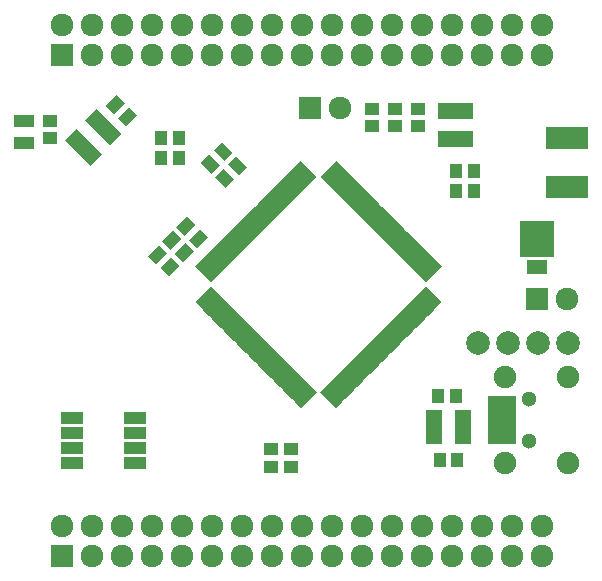
<source format=gts>
G04 #@! TF.FileFunction,Soldermask,Top*
%FSLAX46Y46*%
G04 Gerber Fmt 4.6, Leading zero omitted, Abs format (unit mm)*
G04 Created by KiCad (PCBNEW 4.0.7) date 02/27/18 15:26:37*
%MOMM*%
%LPD*%
G01*
G04 APERTURE LIST*
%ADD10C,0.100000*%
%ADD11R,1.700000X1.100000*%
%ADD12R,1.400000X1.100000*%
%ADD13R,3.600000X1.900000*%
%ADD14R,2.400000X0.900000*%
%ADD15C,1.300000*%
%ADD16C,1.900000*%
%ADD17C,1.924000*%
%ADD18R,1.924000X1.924000*%
%ADD19C,2.000000*%
%ADD20R,1.300000X1.000000*%
%ADD21R,1.000000X1.300000*%
%ADD22R,1.100000X1.400000*%
%ADD23R,2.940000X3.070000*%
%ADD24R,1.670000X1.200000*%
%ADD25R,1.900000X1.000000*%
G04 APERTURE END LIST*
D10*
D11*
X62500000Y-112550000D03*
X62500000Y-110650000D03*
D12*
X99600000Y-137550000D03*
X99600000Y-136600000D03*
X99600000Y-135650000D03*
X97200000Y-135650000D03*
X97200000Y-136600000D03*
X97200000Y-137550000D03*
D13*
X108400000Y-116300000D03*
X108400000Y-112100000D03*
D14*
X102950000Y-136000000D03*
X102950000Y-135200000D03*
X102950000Y-134400000D03*
X102950000Y-137600000D03*
X102950000Y-136800000D03*
D15*
X105200000Y-137750000D03*
X105200000Y-134250000D03*
D16*
X103200000Y-139650000D03*
X103200000Y-132350000D03*
X108500000Y-139650000D03*
X108500000Y-132350000D03*
D17*
X89240000Y-109600000D03*
D18*
X86700000Y-109600000D03*
D17*
X108440000Y-125800000D03*
D18*
X105900000Y-125800000D03*
D17*
X65700000Y-144960000D03*
D18*
X65700000Y-147500000D03*
D17*
X68240000Y-144960000D03*
X68240000Y-147500000D03*
X70780000Y-144960000D03*
X70780000Y-147500000D03*
X73320000Y-144960000D03*
X73320000Y-147500000D03*
X75860000Y-144960000D03*
X75860000Y-147500000D03*
X78400000Y-144960000D03*
X78400000Y-147500000D03*
X80940000Y-144960000D03*
X80940000Y-147500000D03*
X83480000Y-144960000D03*
X83480000Y-147500000D03*
X86020000Y-144960000D03*
X86020000Y-147500000D03*
X88560000Y-144960000D03*
X88560000Y-147500000D03*
X91100000Y-144960000D03*
X91100000Y-147500000D03*
X93640000Y-144960000D03*
X93640000Y-147500000D03*
X96180000Y-144960000D03*
X96180000Y-147500000D03*
X98720000Y-144960000D03*
X98720000Y-147500000D03*
X101260000Y-144960000D03*
X101260000Y-147500000D03*
X103800000Y-144960000D03*
X103800000Y-147500000D03*
X106340000Y-144960000D03*
X106340000Y-147500000D03*
X65700000Y-102560000D03*
D18*
X65700000Y-105100000D03*
D17*
X68240000Y-102560000D03*
X68240000Y-105100000D03*
X70780000Y-102560000D03*
X70780000Y-105100000D03*
X73320000Y-102560000D03*
X73320000Y-105100000D03*
X75860000Y-102560000D03*
X75860000Y-105100000D03*
X78400000Y-102560000D03*
X78400000Y-105100000D03*
X80940000Y-102560000D03*
X80940000Y-105100000D03*
X83480000Y-102560000D03*
X83480000Y-105100000D03*
X86020000Y-102560000D03*
X86020000Y-105100000D03*
X88560000Y-102560000D03*
X88560000Y-105100000D03*
X91100000Y-102560000D03*
X91100000Y-105100000D03*
X93640000Y-102560000D03*
X93640000Y-105100000D03*
X96180000Y-102560000D03*
X96180000Y-105100000D03*
X98720000Y-102560000D03*
X98720000Y-105100000D03*
X101260000Y-102560000D03*
X101260000Y-105100000D03*
X103800000Y-102560000D03*
X103800000Y-105100000D03*
X106340000Y-102560000D03*
X106340000Y-105100000D03*
D19*
X100900000Y-129500000D03*
X103440000Y-129500000D03*
X105980000Y-129500000D03*
X108520000Y-129500000D03*
D20*
X93900000Y-109650000D03*
X93900000Y-111150000D03*
X95800000Y-109650000D03*
X95800000Y-111150000D03*
X85100000Y-139950000D03*
X85100000Y-138450000D03*
X83400000Y-139950000D03*
X83400000Y-138450000D03*
X64700000Y-110650000D03*
X64700000Y-112150000D03*
X91900000Y-109650000D03*
X91900000Y-111150000D03*
D21*
X97550000Y-134000000D03*
X99050000Y-134000000D03*
X97650000Y-139400000D03*
X99150000Y-139400000D03*
D10*
G36*
X86781282Y-115855619D02*
X85437779Y-114512116D01*
X85897398Y-114052497D01*
X87240901Y-115396000D01*
X86781282Y-115855619D01*
X86781282Y-115855619D01*
G37*
G36*
X86427728Y-116209173D02*
X85084225Y-114865670D01*
X85543844Y-114406051D01*
X86887347Y-115749554D01*
X86427728Y-116209173D01*
X86427728Y-116209173D01*
G37*
G36*
X86074175Y-116562726D02*
X84730672Y-115219223D01*
X85190291Y-114759604D01*
X86533794Y-116103107D01*
X86074175Y-116562726D01*
X86074175Y-116562726D01*
G37*
G36*
X85720622Y-116916280D02*
X84377119Y-115572777D01*
X84836738Y-115113158D01*
X86180241Y-116456661D01*
X85720622Y-116916280D01*
X85720622Y-116916280D01*
G37*
G36*
X85367068Y-117269833D02*
X84023565Y-115926330D01*
X84483184Y-115466711D01*
X85826687Y-116810214D01*
X85367068Y-117269833D01*
X85367068Y-117269833D01*
G37*
G36*
X85013515Y-117623386D02*
X83670012Y-116279883D01*
X84129631Y-115820264D01*
X85473134Y-117163767D01*
X85013515Y-117623386D01*
X85013515Y-117623386D01*
G37*
G36*
X84659961Y-117976940D02*
X83316458Y-116633437D01*
X83776077Y-116173818D01*
X85119580Y-117517321D01*
X84659961Y-117976940D01*
X84659961Y-117976940D01*
G37*
G36*
X84306408Y-118330493D02*
X82962905Y-116986990D01*
X83422524Y-116527371D01*
X84766027Y-117870874D01*
X84306408Y-118330493D01*
X84306408Y-118330493D01*
G37*
G36*
X83952855Y-118684047D02*
X82609352Y-117340544D01*
X83068971Y-116880925D01*
X84412474Y-118224428D01*
X83952855Y-118684047D01*
X83952855Y-118684047D01*
G37*
G36*
X83599301Y-119037600D02*
X82255798Y-117694097D01*
X82715417Y-117234478D01*
X84058920Y-118577981D01*
X83599301Y-119037600D01*
X83599301Y-119037600D01*
G37*
G36*
X83245748Y-119391153D02*
X81902245Y-118047650D01*
X82361864Y-117588031D01*
X83705367Y-118931534D01*
X83245748Y-119391153D01*
X83245748Y-119391153D01*
G37*
G36*
X82892195Y-119744707D02*
X81548692Y-118401204D01*
X82008311Y-117941585D01*
X83351814Y-119285088D01*
X82892195Y-119744707D01*
X82892195Y-119744707D01*
G37*
G36*
X82538641Y-120098260D02*
X81195138Y-118754757D01*
X81654757Y-118295138D01*
X82998260Y-119638641D01*
X82538641Y-120098260D01*
X82538641Y-120098260D01*
G37*
G36*
X82185088Y-120451814D02*
X80841585Y-119108311D01*
X81301204Y-118648692D01*
X82644707Y-119992195D01*
X82185088Y-120451814D01*
X82185088Y-120451814D01*
G37*
G36*
X81831534Y-120805367D02*
X80488031Y-119461864D01*
X80947650Y-119002245D01*
X82291153Y-120345748D01*
X81831534Y-120805367D01*
X81831534Y-120805367D01*
G37*
G36*
X81477981Y-121158920D02*
X80134478Y-119815417D01*
X80594097Y-119355798D01*
X81937600Y-120699301D01*
X81477981Y-121158920D01*
X81477981Y-121158920D01*
G37*
G36*
X81124428Y-121512474D02*
X79780925Y-120168971D01*
X80240544Y-119709352D01*
X81584047Y-121052855D01*
X81124428Y-121512474D01*
X81124428Y-121512474D01*
G37*
G36*
X80770874Y-121866027D02*
X79427371Y-120522524D01*
X79886990Y-120062905D01*
X81230493Y-121406408D01*
X80770874Y-121866027D01*
X80770874Y-121866027D01*
G37*
G36*
X80417321Y-122219580D02*
X79073818Y-120876077D01*
X79533437Y-120416458D01*
X80876940Y-121759961D01*
X80417321Y-122219580D01*
X80417321Y-122219580D01*
G37*
G36*
X80063767Y-122573134D02*
X78720264Y-121229631D01*
X79179883Y-120770012D01*
X80523386Y-122113515D01*
X80063767Y-122573134D01*
X80063767Y-122573134D01*
G37*
G36*
X79710214Y-122926687D02*
X78366711Y-121583184D01*
X78826330Y-121123565D01*
X80169833Y-122467068D01*
X79710214Y-122926687D01*
X79710214Y-122926687D01*
G37*
G36*
X79356661Y-123280241D02*
X78013158Y-121936738D01*
X78472777Y-121477119D01*
X79816280Y-122820622D01*
X79356661Y-123280241D01*
X79356661Y-123280241D01*
G37*
G36*
X79003107Y-123633794D02*
X77659604Y-122290291D01*
X78119223Y-121830672D01*
X79462726Y-123174175D01*
X79003107Y-123633794D01*
X79003107Y-123633794D01*
G37*
G36*
X78649554Y-123987347D02*
X77306051Y-122643844D01*
X77765670Y-122184225D01*
X79109173Y-123527728D01*
X78649554Y-123987347D01*
X78649554Y-123987347D01*
G37*
G36*
X78296000Y-124340901D02*
X76952497Y-122997398D01*
X77412116Y-122537779D01*
X78755619Y-123881282D01*
X78296000Y-124340901D01*
X78296000Y-124340901D01*
G37*
G36*
X76952497Y-126002602D02*
X78296000Y-124659099D01*
X78755619Y-125118718D01*
X77412116Y-126462221D01*
X76952497Y-126002602D01*
X76952497Y-126002602D01*
G37*
G36*
X77306051Y-126356156D02*
X78649554Y-125012653D01*
X79109173Y-125472272D01*
X77765670Y-126815775D01*
X77306051Y-126356156D01*
X77306051Y-126356156D01*
G37*
G36*
X77659604Y-126709709D02*
X79003107Y-125366206D01*
X79462726Y-125825825D01*
X78119223Y-127169328D01*
X77659604Y-126709709D01*
X77659604Y-126709709D01*
G37*
G36*
X78013158Y-127063262D02*
X79356661Y-125719759D01*
X79816280Y-126179378D01*
X78472777Y-127522881D01*
X78013158Y-127063262D01*
X78013158Y-127063262D01*
G37*
G36*
X78366711Y-127416816D02*
X79710214Y-126073313D01*
X80169833Y-126532932D01*
X78826330Y-127876435D01*
X78366711Y-127416816D01*
X78366711Y-127416816D01*
G37*
G36*
X78720264Y-127770369D02*
X80063767Y-126426866D01*
X80523386Y-126886485D01*
X79179883Y-128229988D01*
X78720264Y-127770369D01*
X78720264Y-127770369D01*
G37*
G36*
X79073818Y-128123923D02*
X80417321Y-126780420D01*
X80876940Y-127240039D01*
X79533437Y-128583542D01*
X79073818Y-128123923D01*
X79073818Y-128123923D01*
G37*
G36*
X79427371Y-128477476D02*
X80770874Y-127133973D01*
X81230493Y-127593592D01*
X79886990Y-128937095D01*
X79427371Y-128477476D01*
X79427371Y-128477476D01*
G37*
G36*
X79780925Y-128831029D02*
X81124428Y-127487526D01*
X81584047Y-127947145D01*
X80240544Y-129290648D01*
X79780925Y-128831029D01*
X79780925Y-128831029D01*
G37*
G36*
X80134478Y-129184583D02*
X81477981Y-127841080D01*
X81937600Y-128300699D01*
X80594097Y-129644202D01*
X80134478Y-129184583D01*
X80134478Y-129184583D01*
G37*
G36*
X80488031Y-129538136D02*
X81831534Y-128194633D01*
X82291153Y-128654252D01*
X80947650Y-129997755D01*
X80488031Y-129538136D01*
X80488031Y-129538136D01*
G37*
G36*
X80841585Y-129891689D02*
X82185088Y-128548186D01*
X82644707Y-129007805D01*
X81301204Y-130351308D01*
X80841585Y-129891689D01*
X80841585Y-129891689D01*
G37*
G36*
X81195138Y-130245243D02*
X82538641Y-128901740D01*
X82998260Y-129361359D01*
X81654757Y-130704862D01*
X81195138Y-130245243D01*
X81195138Y-130245243D01*
G37*
G36*
X81548692Y-130598796D02*
X82892195Y-129255293D01*
X83351814Y-129714912D01*
X82008311Y-131058415D01*
X81548692Y-130598796D01*
X81548692Y-130598796D01*
G37*
G36*
X81902245Y-130952350D02*
X83245748Y-129608847D01*
X83705367Y-130068466D01*
X82361864Y-131411969D01*
X81902245Y-130952350D01*
X81902245Y-130952350D01*
G37*
G36*
X82255798Y-131305903D02*
X83599301Y-129962400D01*
X84058920Y-130422019D01*
X82715417Y-131765522D01*
X82255798Y-131305903D01*
X82255798Y-131305903D01*
G37*
G36*
X82609352Y-131659456D02*
X83952855Y-130315953D01*
X84412474Y-130775572D01*
X83068971Y-132119075D01*
X82609352Y-131659456D01*
X82609352Y-131659456D01*
G37*
G36*
X82962905Y-132013010D02*
X84306408Y-130669507D01*
X84766027Y-131129126D01*
X83422524Y-132472629D01*
X82962905Y-132013010D01*
X82962905Y-132013010D01*
G37*
G36*
X83316458Y-132366563D02*
X84659961Y-131023060D01*
X85119580Y-131482679D01*
X83776077Y-132826182D01*
X83316458Y-132366563D01*
X83316458Y-132366563D01*
G37*
G36*
X83670012Y-132720117D02*
X85013515Y-131376614D01*
X85473134Y-131836233D01*
X84129631Y-133179736D01*
X83670012Y-132720117D01*
X83670012Y-132720117D01*
G37*
G36*
X84023565Y-133073670D02*
X85367068Y-131730167D01*
X85826687Y-132189786D01*
X84483184Y-133533289D01*
X84023565Y-133073670D01*
X84023565Y-133073670D01*
G37*
G36*
X84377119Y-133427223D02*
X85720622Y-132083720D01*
X86180241Y-132543339D01*
X84836738Y-133886842D01*
X84377119Y-133427223D01*
X84377119Y-133427223D01*
G37*
G36*
X84730672Y-133780777D02*
X86074175Y-132437274D01*
X86533794Y-132896893D01*
X85190291Y-134240396D01*
X84730672Y-133780777D01*
X84730672Y-133780777D01*
G37*
G36*
X85084225Y-134134330D02*
X86427728Y-132790827D01*
X86887347Y-133250446D01*
X85543844Y-134593949D01*
X85084225Y-134134330D01*
X85084225Y-134134330D01*
G37*
G36*
X85437779Y-134487884D02*
X86781282Y-133144381D01*
X87240901Y-133604000D01*
X85897398Y-134947503D01*
X85437779Y-134487884D01*
X85437779Y-134487884D01*
G37*
G36*
X88902602Y-134947503D02*
X87559099Y-133604000D01*
X88018718Y-133144381D01*
X89362221Y-134487884D01*
X88902602Y-134947503D01*
X88902602Y-134947503D01*
G37*
G36*
X89256156Y-134593949D02*
X87912653Y-133250446D01*
X88372272Y-132790827D01*
X89715775Y-134134330D01*
X89256156Y-134593949D01*
X89256156Y-134593949D01*
G37*
G36*
X89609709Y-134240396D02*
X88266206Y-132896893D01*
X88725825Y-132437274D01*
X90069328Y-133780777D01*
X89609709Y-134240396D01*
X89609709Y-134240396D01*
G37*
G36*
X89963262Y-133886842D02*
X88619759Y-132543339D01*
X89079378Y-132083720D01*
X90422881Y-133427223D01*
X89963262Y-133886842D01*
X89963262Y-133886842D01*
G37*
G36*
X90316816Y-133533289D02*
X88973313Y-132189786D01*
X89432932Y-131730167D01*
X90776435Y-133073670D01*
X90316816Y-133533289D01*
X90316816Y-133533289D01*
G37*
G36*
X90670369Y-133179736D02*
X89326866Y-131836233D01*
X89786485Y-131376614D01*
X91129988Y-132720117D01*
X90670369Y-133179736D01*
X90670369Y-133179736D01*
G37*
G36*
X91023923Y-132826182D02*
X89680420Y-131482679D01*
X90140039Y-131023060D01*
X91483542Y-132366563D01*
X91023923Y-132826182D01*
X91023923Y-132826182D01*
G37*
G36*
X91377476Y-132472629D02*
X90033973Y-131129126D01*
X90493592Y-130669507D01*
X91837095Y-132013010D01*
X91377476Y-132472629D01*
X91377476Y-132472629D01*
G37*
G36*
X91731029Y-132119075D02*
X90387526Y-130775572D01*
X90847145Y-130315953D01*
X92190648Y-131659456D01*
X91731029Y-132119075D01*
X91731029Y-132119075D01*
G37*
G36*
X92084583Y-131765522D02*
X90741080Y-130422019D01*
X91200699Y-129962400D01*
X92544202Y-131305903D01*
X92084583Y-131765522D01*
X92084583Y-131765522D01*
G37*
G36*
X92438136Y-131411969D02*
X91094633Y-130068466D01*
X91554252Y-129608847D01*
X92897755Y-130952350D01*
X92438136Y-131411969D01*
X92438136Y-131411969D01*
G37*
G36*
X92791689Y-131058415D02*
X91448186Y-129714912D01*
X91907805Y-129255293D01*
X93251308Y-130598796D01*
X92791689Y-131058415D01*
X92791689Y-131058415D01*
G37*
G36*
X93145243Y-130704862D02*
X91801740Y-129361359D01*
X92261359Y-128901740D01*
X93604862Y-130245243D01*
X93145243Y-130704862D01*
X93145243Y-130704862D01*
G37*
G36*
X93498796Y-130351308D02*
X92155293Y-129007805D01*
X92614912Y-128548186D01*
X93958415Y-129891689D01*
X93498796Y-130351308D01*
X93498796Y-130351308D01*
G37*
G36*
X93852350Y-129997755D02*
X92508847Y-128654252D01*
X92968466Y-128194633D01*
X94311969Y-129538136D01*
X93852350Y-129997755D01*
X93852350Y-129997755D01*
G37*
G36*
X94205903Y-129644202D02*
X92862400Y-128300699D01*
X93322019Y-127841080D01*
X94665522Y-129184583D01*
X94205903Y-129644202D01*
X94205903Y-129644202D01*
G37*
G36*
X94559456Y-129290648D02*
X93215953Y-127947145D01*
X93675572Y-127487526D01*
X95019075Y-128831029D01*
X94559456Y-129290648D01*
X94559456Y-129290648D01*
G37*
G36*
X94913010Y-128937095D02*
X93569507Y-127593592D01*
X94029126Y-127133973D01*
X95372629Y-128477476D01*
X94913010Y-128937095D01*
X94913010Y-128937095D01*
G37*
G36*
X95266563Y-128583542D02*
X93923060Y-127240039D01*
X94382679Y-126780420D01*
X95726182Y-128123923D01*
X95266563Y-128583542D01*
X95266563Y-128583542D01*
G37*
G36*
X95620117Y-128229988D02*
X94276614Y-126886485D01*
X94736233Y-126426866D01*
X96079736Y-127770369D01*
X95620117Y-128229988D01*
X95620117Y-128229988D01*
G37*
G36*
X95973670Y-127876435D02*
X94630167Y-126532932D01*
X95089786Y-126073313D01*
X96433289Y-127416816D01*
X95973670Y-127876435D01*
X95973670Y-127876435D01*
G37*
G36*
X96327223Y-127522881D02*
X94983720Y-126179378D01*
X95443339Y-125719759D01*
X96786842Y-127063262D01*
X96327223Y-127522881D01*
X96327223Y-127522881D01*
G37*
G36*
X96680777Y-127169328D02*
X95337274Y-125825825D01*
X95796893Y-125366206D01*
X97140396Y-126709709D01*
X96680777Y-127169328D01*
X96680777Y-127169328D01*
G37*
G36*
X97034330Y-126815775D02*
X95690827Y-125472272D01*
X96150446Y-125012653D01*
X97493949Y-126356156D01*
X97034330Y-126815775D01*
X97034330Y-126815775D01*
G37*
G36*
X97387884Y-126462221D02*
X96044381Y-125118718D01*
X96504000Y-124659099D01*
X97847503Y-126002602D01*
X97387884Y-126462221D01*
X97387884Y-126462221D01*
G37*
G36*
X96044381Y-123881282D02*
X97387884Y-122537779D01*
X97847503Y-122997398D01*
X96504000Y-124340901D01*
X96044381Y-123881282D01*
X96044381Y-123881282D01*
G37*
G36*
X95690827Y-123527728D02*
X97034330Y-122184225D01*
X97493949Y-122643844D01*
X96150446Y-123987347D01*
X95690827Y-123527728D01*
X95690827Y-123527728D01*
G37*
G36*
X95337274Y-123174175D02*
X96680777Y-121830672D01*
X97140396Y-122290291D01*
X95796893Y-123633794D01*
X95337274Y-123174175D01*
X95337274Y-123174175D01*
G37*
G36*
X94983720Y-122820622D02*
X96327223Y-121477119D01*
X96786842Y-121936738D01*
X95443339Y-123280241D01*
X94983720Y-122820622D01*
X94983720Y-122820622D01*
G37*
G36*
X94630167Y-122467068D02*
X95973670Y-121123565D01*
X96433289Y-121583184D01*
X95089786Y-122926687D01*
X94630167Y-122467068D01*
X94630167Y-122467068D01*
G37*
G36*
X94276614Y-122113515D02*
X95620117Y-120770012D01*
X96079736Y-121229631D01*
X94736233Y-122573134D01*
X94276614Y-122113515D01*
X94276614Y-122113515D01*
G37*
G36*
X93923060Y-121759961D02*
X95266563Y-120416458D01*
X95726182Y-120876077D01*
X94382679Y-122219580D01*
X93923060Y-121759961D01*
X93923060Y-121759961D01*
G37*
G36*
X93569507Y-121406408D02*
X94913010Y-120062905D01*
X95372629Y-120522524D01*
X94029126Y-121866027D01*
X93569507Y-121406408D01*
X93569507Y-121406408D01*
G37*
G36*
X93215953Y-121052855D02*
X94559456Y-119709352D01*
X95019075Y-120168971D01*
X93675572Y-121512474D01*
X93215953Y-121052855D01*
X93215953Y-121052855D01*
G37*
G36*
X92862400Y-120699301D02*
X94205903Y-119355798D01*
X94665522Y-119815417D01*
X93322019Y-121158920D01*
X92862400Y-120699301D01*
X92862400Y-120699301D01*
G37*
G36*
X92508847Y-120345748D02*
X93852350Y-119002245D01*
X94311969Y-119461864D01*
X92968466Y-120805367D01*
X92508847Y-120345748D01*
X92508847Y-120345748D01*
G37*
G36*
X92155293Y-119992195D02*
X93498796Y-118648692D01*
X93958415Y-119108311D01*
X92614912Y-120451814D01*
X92155293Y-119992195D01*
X92155293Y-119992195D01*
G37*
G36*
X91801740Y-119638641D02*
X93145243Y-118295138D01*
X93604862Y-118754757D01*
X92261359Y-120098260D01*
X91801740Y-119638641D01*
X91801740Y-119638641D01*
G37*
G36*
X91448186Y-119285088D02*
X92791689Y-117941585D01*
X93251308Y-118401204D01*
X91907805Y-119744707D01*
X91448186Y-119285088D01*
X91448186Y-119285088D01*
G37*
G36*
X91094633Y-118931534D02*
X92438136Y-117588031D01*
X92897755Y-118047650D01*
X91554252Y-119391153D01*
X91094633Y-118931534D01*
X91094633Y-118931534D01*
G37*
G36*
X90741080Y-118577981D02*
X92084583Y-117234478D01*
X92544202Y-117694097D01*
X91200699Y-119037600D01*
X90741080Y-118577981D01*
X90741080Y-118577981D01*
G37*
G36*
X90387526Y-118224428D02*
X91731029Y-116880925D01*
X92190648Y-117340544D01*
X90847145Y-118684047D01*
X90387526Y-118224428D01*
X90387526Y-118224428D01*
G37*
G36*
X90033973Y-117870874D02*
X91377476Y-116527371D01*
X91837095Y-116986990D01*
X90493592Y-118330493D01*
X90033973Y-117870874D01*
X90033973Y-117870874D01*
G37*
G36*
X89680420Y-117517321D02*
X91023923Y-116173818D01*
X91483542Y-116633437D01*
X90140039Y-117976940D01*
X89680420Y-117517321D01*
X89680420Y-117517321D01*
G37*
G36*
X89326866Y-117163767D02*
X90670369Y-115820264D01*
X91129988Y-116279883D01*
X89786485Y-117623386D01*
X89326866Y-117163767D01*
X89326866Y-117163767D01*
G37*
G36*
X88973313Y-116810214D02*
X90316816Y-115466711D01*
X90776435Y-115926330D01*
X89432932Y-117269833D01*
X88973313Y-116810214D01*
X88973313Y-116810214D01*
G37*
G36*
X88619759Y-116456661D02*
X89963262Y-115113158D01*
X90422881Y-115572777D01*
X89079378Y-116916280D01*
X88619759Y-116456661D01*
X88619759Y-116456661D01*
G37*
G36*
X88266206Y-116103107D02*
X89609709Y-114759604D01*
X90069328Y-115219223D01*
X88725825Y-116562726D01*
X88266206Y-116103107D01*
X88266206Y-116103107D01*
G37*
G36*
X87912653Y-115749554D02*
X89256156Y-114406051D01*
X89715775Y-114865670D01*
X88372272Y-116209173D01*
X87912653Y-115749554D01*
X87912653Y-115749554D01*
G37*
G36*
X87559099Y-115396000D02*
X88902602Y-114052497D01*
X89362221Y-114512116D01*
X88018718Y-115855619D01*
X87559099Y-115396000D01*
X87559099Y-115396000D01*
G37*
D22*
X99950000Y-109800000D03*
X99000000Y-109800000D03*
X98050000Y-109800000D03*
X98050000Y-112200000D03*
X99000000Y-112200000D03*
X99950000Y-112200000D03*
D10*
G36*
X70752691Y-111768629D02*
X69762742Y-112758578D01*
X68984925Y-111980761D01*
X69974874Y-110990812D01*
X70752691Y-111768629D01*
X70752691Y-111768629D01*
G37*
G36*
X70080939Y-111096878D02*
X69090990Y-112086827D01*
X68313173Y-111309010D01*
X69303122Y-110319061D01*
X70080939Y-111096878D01*
X70080939Y-111096878D01*
G37*
G36*
X69409188Y-110425126D02*
X68419239Y-111415075D01*
X67641422Y-110637258D01*
X68631371Y-109647309D01*
X69409188Y-110425126D01*
X69409188Y-110425126D01*
G37*
G36*
X67712132Y-112122183D02*
X66722183Y-113112132D01*
X65944366Y-112334315D01*
X66934315Y-111344366D01*
X67712132Y-112122183D01*
X67712132Y-112122183D01*
G37*
G36*
X68383883Y-112793934D02*
X67393934Y-113783883D01*
X66616117Y-113006066D01*
X67606066Y-112016117D01*
X68383883Y-112793934D01*
X68383883Y-112793934D01*
G37*
G36*
X69055634Y-113465685D02*
X68065685Y-114455634D01*
X67287868Y-113677817D01*
X68277817Y-112687868D01*
X69055634Y-113465685D01*
X69055634Y-113465685D01*
G37*
D23*
X105900000Y-120700000D03*
D24*
X105900000Y-123050000D03*
D10*
G36*
X79575736Y-116343503D02*
X78656497Y-115424264D01*
X79363604Y-114717157D01*
X80282843Y-115636396D01*
X79575736Y-116343503D01*
X79575736Y-116343503D01*
G37*
G36*
X80636396Y-115282843D02*
X79717157Y-114363604D01*
X80424264Y-113656497D01*
X81343503Y-114575736D01*
X80636396Y-115282843D01*
X80636396Y-115282843D01*
G37*
G36*
X78375736Y-115143503D02*
X77456497Y-114224264D01*
X78163604Y-113517157D01*
X79082843Y-114436396D01*
X78375736Y-115143503D01*
X78375736Y-115143503D01*
G37*
G36*
X79436396Y-114082843D02*
X78517157Y-113163604D01*
X79224264Y-112456497D01*
X80143503Y-113375736D01*
X79436396Y-114082843D01*
X79436396Y-114082843D01*
G37*
G36*
X78043503Y-120524264D02*
X77124264Y-121443503D01*
X76417157Y-120736396D01*
X77336396Y-119817157D01*
X78043503Y-120524264D01*
X78043503Y-120524264D01*
G37*
G36*
X76982843Y-119463604D02*
X76063604Y-120382843D01*
X75356497Y-119675736D01*
X76275736Y-118756497D01*
X76982843Y-119463604D01*
X76982843Y-119463604D01*
G37*
G36*
X76843503Y-121724264D02*
X75924264Y-122643503D01*
X75217157Y-121936396D01*
X76136396Y-121017157D01*
X76843503Y-121724264D01*
X76843503Y-121724264D01*
G37*
G36*
X75782843Y-120663604D02*
X74863604Y-121582843D01*
X74156497Y-120875736D01*
X75075736Y-119956497D01*
X75782843Y-120663604D01*
X75782843Y-120663604D01*
G37*
G36*
X72956497Y-122075736D02*
X73875736Y-121156497D01*
X74582843Y-121863604D01*
X73663604Y-122782843D01*
X72956497Y-122075736D01*
X72956497Y-122075736D01*
G37*
G36*
X74017157Y-123136396D02*
X74936396Y-122217157D01*
X75643503Y-122924264D01*
X74724264Y-123843503D01*
X74017157Y-123136396D01*
X74017157Y-123136396D01*
G37*
D21*
X100550000Y-114900000D03*
X99050000Y-114900000D03*
X100550000Y-116600000D03*
X99050000Y-116600000D03*
X75550000Y-113800000D03*
X74050000Y-113800000D03*
X75550000Y-112100000D03*
X74050000Y-112100000D03*
D25*
X71900000Y-135795000D03*
X66500000Y-135795000D03*
X71900000Y-137065000D03*
X66500000Y-137065000D03*
X71900000Y-138335000D03*
X66500000Y-138335000D03*
X71900000Y-139605000D03*
X66500000Y-139605000D03*
D10*
G36*
X72043503Y-110224264D02*
X71124264Y-111143503D01*
X70417157Y-110436396D01*
X71336396Y-109517157D01*
X72043503Y-110224264D01*
X72043503Y-110224264D01*
G37*
G36*
X70982843Y-109163604D02*
X70063604Y-110082843D01*
X69356497Y-109375736D01*
X70275736Y-108456497D01*
X70982843Y-109163604D01*
X70982843Y-109163604D01*
G37*
M02*

</source>
